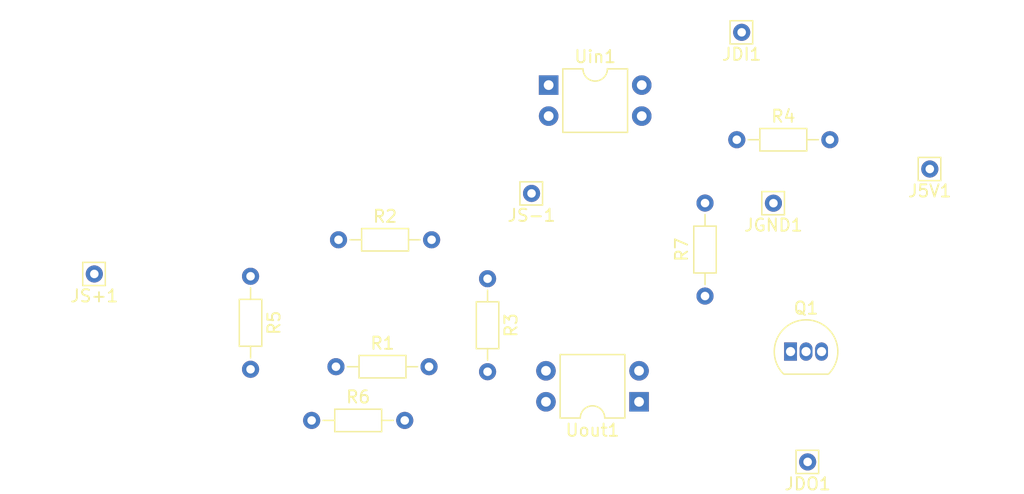
<source format=kicad_pcb>
(kicad_pcb (version 20221018) (generator pcbnew)
  (layers (0 "F.Cu" signal) (31 "B.Cu" signal) (34 "B.Paste" user) (35 "F.Paste" user) (36 "B.SilkS" user "B.Silkscreen") (37 "F.SilkS" user "F.Silkscreen") (38 "B.Mask" user) (39 "F.Mask" user) (44 "Edge.Cuts" user))
  (net 0 "")
  (net 1 "Net-(Q1-Pad1)")
  (net 2 "D6 Data Out")
  (net 3 "+5V")
  (net 4 "Net-(R2-Pad2)")
  (net 5 "Signal-")
  (net 6 "GND")
  (net 7 "D2 Data In")
  (net 8 "Net-(R7-Pad1)")
  (net 9 "Net-(R6-Pad2)")
  (net 10 "Signal+")
  (net 11 "Net-(R5-Pad2)")
  (footprint "Connector_Pin:Pin_D0.7mm_L6.5mm_W1.8mm_FlatFork" (layer "F.Cu") (at 179 137.8)
    (fp_text reference "JGND1" (at 0 1.8) (layer "F.SilkS"))
    (fp_text value "Conn_01x01_Female")
    (fp_line (start -0.95 -0.95) (end -0.95 0.95) (stroke (width 0.12)) (layer "F.SilkS"))
    (fp_line (start -0.95 0.95) (end 0.9 0.95) (stroke (width 0.12)) (layer "F.SilkS"))
    (fp_line (start 0.9 -0.95) (end -0.95 -0.95) (stroke (width 0.12)) (layer "F.SilkS"))
    (fp_line (start 0.9 -0.9) (end 0.9 -0.95) (stroke (width 0.12)) (layer "F.SilkS"))
    (fp_line (start 0.9 0.95) (end 0.9 -0.9) (stroke (width 0.12)) (layer "F.SilkS"))
    (pad "1" thru_hole circle (at 0 0) (size 1.4 1.4) (drill 0.7) (layers "*.Cu" "*.Mask") (net 6 "GND"))
  )
  (footprint "Connector_Pin:Pin_D0.7mm_L6.5mm_W1.8mm_FlatFork" (layer "F.Cu") (at 159.2 137)
    (fp_text reference "JS-1" (at 0 1.8) (layer "F.SilkS"))
    (fp_text value "Conn_01x01_Female")
    (fp_line (start -0.95 -0.95) (end -0.95 0.95) (stroke (width 0.12)) (layer "F.SilkS"))
    (fp_line (start -0.95 0.95) (end 0.9 0.95) (stroke (width 0.12)) (layer "F.SilkS"))
    (fp_line (start 0.9 -0.95) (end -0.95 -0.95) (stroke (width 0.12)) (layer "F.SilkS"))
    (fp_line (start 0.9 -0.9) (end 0.9 -0.95) (stroke (width 0.12)) (layer "F.SilkS"))
    (fp_line (start 0.9 0.95) (end 0.9 -0.9) (stroke (width 0.12)) (layer "F.SilkS"))
    (pad "1" thru_hole circle (at 0 0) (size 1.4 1.4) (drill 0.7) (layers "*.Cu" "*.Mask") (net 5 "Signal-"))
  )
  (footprint "Connector_Pin:Pin_D0.7mm_L6.5mm_W1.8mm_FlatFork" (layer "F.Cu") (at 181.8 159)
    (fp_text reference "JDO1" (at 0 1.8) (layer "F.SilkS"))
    (fp_text value "Conn_01x01_Female")
    (fp_line (start -0.95 -0.95) (end -0.95 0.95) (stroke (width 0.12)) (layer "F.SilkS"))
    (fp_line (start -0.95 0.95) (end 0.9 0.95) (stroke (width 0.12)) (layer "F.SilkS"))
    (fp_line (start 0.9 -0.95) (end -0.95 -0.95) (stroke (width 0.12)) (layer "F.SilkS"))
    (fp_line (start 0.9 -0.9) (end 0.9 -0.95) (stroke (width 0.12)) (layer "F.SilkS"))
    (fp_line (start 0.9 0.95) (end 0.9 -0.9) (stroke (width 0.12)) (layer "F.SilkS"))
    (pad "1" thru_hole circle (at 0 0) (size 1.4 1.4) (drill 0.7) (layers "*.Cu" "*.Mask") (net 2 "D6 Data Out"))
  )
  (footprint "Resistor_THT:R_Axial_DIN0204_L3.6mm_D1.6mm_P7.62mm_Horizontal" (layer "F.Cu") (at 176 132.6)
    (fp_text reference "R4" (at 3.81 -1.92) (layer "F.SilkS"))
    (fp_text value "10k")
    (fp_line (start 0.94 0) (end 1.89 0) (stroke (width 0.12)) (layer "F.SilkS"))
    (fp_line (start 1.89 -0.92) (end 1.89 0.92) (stroke (width 0.12)) (layer "F.SilkS"))
    (fp_line (start 1.89 0.92) (end 5.73 0.92) (stroke (width 0.12)) (layer "F.SilkS"))
    (fp_line (start 5.73 -0.92) (end 1.89 -0.92) (stroke (width 0.12)) (layer "F.SilkS"))
    (fp_line (start 5.73 0.92) (end 5.73 -0.92) (stroke (width 0.12)) (layer "F.SilkS"))
    (fp_line (start 6.68 0) (end 5.73 0) (stroke (width 0.12)) (layer "F.SilkS"))
    (pad "1" thru_hole circle (at 0 0) (size 1.4 1.4) (drill 0.7) (layers "*.Cu" "*.Mask") (net 7 "D2 Data In"))
    (pad "2" thru_hole oval (at 7.62 0) (size 1.4 1.4) (drill 0.7) (layers "*.Cu" "*.Mask") (net 3 "+5V"))
  )
  (footprint "Connector_Pin:Pin_D0.7mm_L6.5mm_W1.8mm_FlatFork" (layer "F.Cu") (at 176.4 123.8)
    (fp_text reference "JDI1" (at 0 1.8) (layer "F.SilkS"))
    (fp_text value "Conn_01x01_Female")
    (fp_line (start -0.95 -0.95) (end -0.95 0.95) (stroke (width 0.12)) (layer "F.SilkS"))
    (fp_line (start -0.95 0.95) (end 0.9 0.95) (stroke (width 0.12)) (layer "F.SilkS"))
    (fp_line (start 0.9 -0.95) (end -0.95 -0.95) (stroke (width 0.12)) (layer "F.SilkS"))
    (fp_line (start 0.9 -0.9) (end 0.9 -0.95) (stroke (width 0.12)) (layer "F.SilkS"))
    (fp_line (start 0.9 0.95) (end 0.9 -0.9) (stroke (width 0.12)) (layer "F.SilkS"))
    (pad "1" thru_hole circle (at 0 0) (size 1.4 1.4) (drill 0.7) (layers "*.Cu" "*.Mask") (net 7 "D2 Data In"))
  )
  (footprint "Package_TO_SOT_THT:TO-92_Inline" (layer "F.Cu") (at 180.4 149.96)
    (fp_text reference "Q1" (at 1.27 -3.56) (layer "F.SilkS"))
    (fp_text value "BC237")
    (fp_line (start -0.53 1.85) (end 3.07 1.85) (stroke (width 0.12)) (layer "F.SilkS"))
    (fp_arc (start -0.568478 1.838478) (mid -1.132087 -0.994977) (end 1.27 -2.6) (stroke (width 0.12)) (layer "F.SilkS"))
    (fp_arc (start 1.27 -2.6) (mid 3.672087 -0.994977) (end 3.108478 1.838478) (stroke (width 0.12)) (layer "F.SilkS"))
    (pad "1" thru_hole rect (at 0 0) (size 1.05 1.5) (drill 0.75) (layers "*.Cu" "*.Mask") (net 1 "Net-(Q1-Pad1)"))
    (pad "2" thru_hole oval (at 1.27 0) (size 1.05 1.5) (drill 0.75) (layers "*.Cu" "*.Mask") (net 2 "D6 Data Out"))
    (pad "3" thru_hole oval (at 2.54 0) (size 1.05 1.5) (drill 0.75) (layers "*.Cu" "*.Mask") (net 3 "+5V"))
  )
  (footprint "Connector_Pin:Pin_D0.7mm_L6.5mm_W1.8mm_FlatFork" (layer "F.Cu") (at 191.8 135)
    (fp_text reference "J5V1" (at 0 1.8) (layer "F.SilkS"))
    (fp_text value "Conn_01x01_Female")
    (fp_line (start -0.95 -0.95) (end -0.95 0.95) (stroke (width 0.12)) (layer "F.SilkS"))
    (fp_line (start -0.95 0.95) (end 0.9 0.95) (stroke (width 0.12)) (layer "F.SilkS"))
    (fp_line (start 0.9 -0.95) (end -0.95 -0.95) (stroke (width 0.12)) (layer "F.SilkS"))
    (fp_line (start 0.9 -0.9) (end 0.9 -0.95) (stroke (width 0.12)) (layer "F.SilkS"))
    (fp_line (start 0.9 0.95) (end 0.9 -0.9) (stroke (width 0.12)) (layer "F.SilkS"))
    (pad "1" thru_hole circle (at 0 0) (size 1.4 1.4) (drill 0.7) (layers "*.Cu" "*.Mask") (net 3 "+5V"))
  )
  (footprint "Resistor_THT:R_Axial_DIN0204_L3.6mm_D1.6mm_P7.62mm_Horizontal" (layer "F.Cu") (at 143.19 151.2)
    (fp_text reference "R1" (at 3.81 -1.92) (layer "F.SilkS"))
    (fp_text value "4.7k")
    (fp_line (start 0.94 0) (end 1.89 0) (stroke (width 0.12)) (layer "F.SilkS"))
    (fp_line (start 1.89 -0.92) (end 1.89 0.92) (stroke (width 0.12)) (layer "F.SilkS"))
    (fp_line (start 1.89 0.92) (end 5.73 0.92) (stroke (width 0.12)) (layer "F.SilkS"))
    (fp_line (start 5.73 -0.92) (end 1.89 -0.92) (stroke (width 0.12)) (layer "F.SilkS"))
    (fp_line (start 5.73 0.92) (end 5.73 -0.92) (stroke (width 0.12)) (layer "F.SilkS"))
    (fp_line (start 6.68 0) (end 5.73 0) (stroke (width 0.12)) (layer "F.SilkS"))
    (pad "1" thru_hole circle (at 0 0) (size 1.4 1.4) (drill 0.7) (layers "*.Cu" "*.Mask") (net 10 "Signal+"))
    (pad "2" thru_hole oval (at 7.62 0) (size 1.4 1.4) (drill 0.7) (layers "*.Cu" "*.Mask") (net 5 "Signal-"))
  )
  (footprint "Resistor_THT:R_Axial_DIN0204_L3.6mm_D1.6mm_P7.62mm_Horizontal" (layer "F.Cu") (at 136.2 143.79 -90)
    (fp_text reference "R5" (at 3.81 -1.92 90) (layer "F.SilkS"))
    (fp_text value "10")
    (fp_line (start 0.94 0) (end 1.89 0) (stroke (width 0.12)) (layer "F.SilkS"))
    (fp_line (start 1.89 -0.92) (end 1.89 0.92) (stroke (width 0.12)) (layer "F.SilkS"))
    (fp_line (start 1.89 0.92) (end 5.73 0.92) (stroke (width 0.12)) (layer "F.SilkS"))
    (fp_line (start 5.73 -0.92) (end 1.89 -0.92) (stroke (width 0.12)) (layer "F.SilkS"))
    (fp_line (start 5.73 0.92) (end 5.73 -0.92) (stroke (width 0.12)) (layer "F.SilkS"))
    (fp_line (start 6.68 0) (end 5.73 0) (stroke (width 0.12)) (layer "F.SilkS"))
    (pad "1" thru_hole circle (at 0 0 270) (size 1.4 1.4) (drill 0.7) (layers "*.Cu" "*.Mask") (net 10 "Signal+"))
    (pad "2" thru_hole oval (at 7.62 0 270) (size 1.4 1.4) (drill 0.7) (layers "*.Cu" "*.Mask") (net 11 "Net-(R5-Pad2)"))
  )
  (footprint "Resistor_THT:R_Axial_DIN0204_L3.6mm_D1.6mm_P7.62mm_Horizontal" (layer "F.Cu") (at 141.2 155.6)
    (fp_text reference "R6" (at 3.81 -1.92) (layer "F.SilkS"))
    (fp_text value "47")
    (fp_line (start 0.94 0) (end 1.89 0) (stroke (width 0.12)) (layer "F.SilkS"))
    (fp_line (start 1.89 -0.92) (end 1.89 0.92) (stroke (width 0.12)) (layer "F.SilkS"))
    (fp_line (start 1.89 0.92) (end 5.73 0.92) (stroke (width 0.12)) (layer "F.SilkS"))
    (fp_line (start 5.73 -0.92) (end 1.89 -0.92) (stroke (width 0.12)) (layer "F.SilkS"))
    (fp_line (start 5.73 0.92) (end 5.73 -0.92) (stroke (width 0.12)) (layer "F.SilkS"))
    (fp_line (start 6.68 0) (end 5.73 0) (stroke (width 0.12)) (layer "F.SilkS"))
    (pad "1" thru_hole circle (at 0 0) (size 1.4 1.4) (drill 0.7) (layers "*.Cu" "*.Mask") (net 11 "Net-(R5-Pad2)"))
    (pad "2" thru_hole oval (at 7.62 0) (size 1.4 1.4) (drill 0.7) (layers "*.Cu" "*.Mask") (net 9 "Net-(R6-Pad2)"))
  )
  (footprint "Connector_Pin:Pin_D0.7mm_L6.5mm_W1.8mm_FlatFork" (layer "F.Cu") (at 123.41 143.6)
    (fp_text reference "JS+1" (at 0 1.8) (layer "F.SilkS"))
    (fp_text value "Conn_01x01_Female")
    (fp_line (start -0.95 -0.95) (end -0.95 0.95) (stroke (width 0.12)) (layer "F.SilkS"))
    (fp_line (start -0.95 0.95) (end 0.9 0.95) (stroke (width 0.12)) (layer "F.SilkS"))
    (fp_line (start 0.9 -0.95) (end -0.95 -0.95) (stroke (width 0.12)) (layer "F.SilkS"))
    (fp_line (start 0.9 -0.9) (end 0.9 -0.95) (stroke (width 0.12)) (layer "F.SilkS"))
    (fp_line (start 0.9 0.95) (end 0.9 -0.9) (stroke (width 0.12)) (layer "F.SilkS"))
    (pad "1" thru_hole circle (at 0 0) (size 1.4 1.4) (drill 0.7) (layers "*.Cu" "*.Mask") (net 10 "Signal+"))
  )
  (footprint "Package_DIP:DIP-4_W7.62mm" (layer "F.Cu") (at 168 154.075 180)
    (fp_text reference "Uout1" (at 3.81 -2.33) (layer "F.SilkS"))
    (fp_text value "PC817")
    (fp_line (start 1.16 -1.33) (end 1.16 3.87) (stroke (width 0.12)) (layer "F.SilkS"))
    (fp_line (start 1.16 3.87) (end 6.46 3.87) (stroke (width 0.12)) (layer "F.SilkS"))
    (fp_line (start 2.81 -1.33) (end 1.16 -1.33) (stroke (width 0.12)) (layer "F.SilkS"))
    (fp_line (start 6.46 -1.33) (end 4.81 -1.33) (stroke (width 0.12)) (layer "F.SilkS"))
    (fp_line (start 6.46 3.87) (end 6.46 -1.33) (stroke (width 0.12)) (layer "F.SilkS"))
    (fp_arc (start 4.81 -1.33) (mid 3.81 -0.33) (end 2.81 -1.33) (stroke (width 0.12)) (layer "F.SilkS"))
    (pad "1" thru_hole rect (at 0 0 180) (size 1.6 1.6) (drill 0.8) (layers "*.Cu" "*.Mask") (net 1 "Net-(Q1-Pad1)"))
    (pad "2" thru_hole oval (at 0 2.54 180) (size 1.6 1.6) (drill 0.8) (layers "*.Cu" "*.Mask") (net 8 "Net-(R7-Pad1)"))
    (pad "3" thru_hole oval (at 7.62 2.54 180) (size 1.6 1.6) (drill 0.8) (layers "*.Cu" "*.Mask") (net 5 "Signal-"))
    (pad "4" thru_hole oval (at 7.62 0 180) (size 1.6 1.6) (drill 0.8) (layers "*.Cu" "*.Mask") (net 9 "Net-(R6-Pad2)"))
  )
  (footprint "Resistor_THT:R_Axial_DIN0204_L3.6mm_D1.6mm_P7.62mm_Horizontal" (layer "F.Cu") (at 143.4 140.8)
    (fp_text reference "R2" (at 3.81 -1.92) (layer "F.SilkS"))
    (fp_text value "6.8k")
    (fp_line (start 0.94 0) (end 1.89 0) (stroke (width 0.12)) (layer "F.SilkS"))
    (fp_line (start 1.89 -0.92) (end 1.89 0.92) (stroke (width 0.12)) (layer "F.SilkS"))
    (fp_line (start 1.89 0.92) (end 5.73 0.92) (stroke (width 0.12)) (layer "F.SilkS"))
    (fp_line (start 5.73 -0.92) (end 1.89 -0.92) (stroke (width 0.12)) (layer "F.SilkS"))
    (fp_line (start 5.73 0.92) (end 5.73 -0.92) (stroke (width 0.12)) (layer "F.SilkS"))
    (fp_line (start 6.68 0) (end 5.73 0) (stroke (width 0.12)) (layer "F.SilkS"))
    (pad "1" thru_hole circle (at 0 0) (size 1.4 1.4) (drill 0.7) (layers "*.Cu" "*.Mask") (net 10 "Signal+"))
    (pad "2" thru_hole oval (at 7.62 0) (size 1.4 1.4) (drill 0.7) (layers "*.Cu" "*.Mask") (net 4 "Net-(R2-Pad2)"))
  )
  (footprint "Resistor_THT:R_Axial_DIN0204_L3.6mm_D1.6mm_P7.62mm_Horizontal" (layer "F.Cu") (at 155.6 143.99 -90)
    (fp_text reference "R3" (at 3.81 -1.92 90) (layer "F.SilkS"))
    (fp_text value "470k")
    (fp_line (start 0.94 0) (end 1.89 0) (stroke (width 0.12)) (layer "F.SilkS"))
    (fp_line (start 1.89 -0.92) (end 1.89 0.92) (stroke (width 0.12)) (layer "F.SilkS"))
    (fp_line (start 1.89 0.92) (end 5.73 0.92) (stroke (width 0.12)) (layer "F.SilkS"))
    (fp_line (start 5.73 -0.92) (end 1.89 -0.92) (stroke (width 0.12)) (layer "F.SilkS"))
    (fp_line (start 5.73 0.92) (end 5.73 -0.92) (stroke (width 0.12)) (layer "F.SilkS"))
    (fp_line (start 6.68 0) (end 5.73 0) (stroke (width 0.12)) (layer "F.SilkS"))
    (pad "1" thru_hole circle (at 0 0 270) (size 1.4 1.4) (drill 0.7) (layers "*.Cu" "*.Mask") (net 4 "Net-(R2-Pad2)"))
    (pad "2" thru_hole oval (at 7.62 0 270) (size 1.4 1.4) (drill 0.7) (layers "*.Cu" "*.Mask") (net 5 "Signal-"))
  )
  (footprint "Package_DIP:DIP-4_W7.62mm" (layer "F.Cu") (at 160.6 128.125)
    (fp_text reference "Uin1" (at 3.81 -2.33) (layer "F.SilkS"))
    (fp_text value "PC817")
    (fp_line (start 1.16 -1.33) (end 1.16 3.87) (stroke (width 0.12)) (layer "F.SilkS"))
    (fp_line (start 1.16 3.87) (end 6.46 3.87) (stroke (width 0.12)) (layer "F.SilkS"))
    (fp_line (start 2.81 -1.33) (end 1.16 -1.33) (stroke (width 0.12)) (layer "F.SilkS"))
    (fp_line (start 6.46 -1.33) (end 4.81 -1.33) (stroke (width 0.12)) (layer "F.SilkS"))
    (fp_line (start 6.46 3.87) (end 6.46 -1.33) (stroke (width 0.12)) (layer "F.SilkS"))
    (fp_arc (start 4.81 -1.33) (mid 3.81 -0.33) (end 2.81 -1.33) (stroke (width 0.12)) (layer "F.SilkS"))
    (pad "1" thru_hole rect (at 0 0) (size 1.6 1.6) (drill 0.8) (layers "*.Cu" "*.Mask") (net 4 "Net-(R2-Pad2)"))
    (pad "2" thru_hole oval (at 0 2.54) (size 1.6 1.6) (drill 0.8) (layers "*.Cu" "*.Mask") (net 5 "Signal-"))
    (pad "3" thru_hole oval (at 7.62 2.54) (size 1.6 1.6) (drill 0.8) (layers "*.Cu" "*.Mask") (net 6 "GND"))
    (pad "4" thru_hole oval (at 7.62 0) (size 1.6 1.6) (drill 0.8) (layers "*.Cu" "*.Mask") (net 7 "D2 Data In"))
  )
  (footprint "Resistor_THT:R_Axial_DIN0204_L3.6mm_D1.6mm_P7.62mm_Horizontal" (layer "F.Cu") (at 173.4 145.41 90)
    (fp_text reference "R7" (at 3.81 -1.92 90) (layer "F.SilkS"))
    (fp_text value "22")
    (fp_line (start 0.94 0) (end 1.89 0) (stroke (width 0.12)) (layer "F.SilkS"))
    (fp_line (start 1.89 -0.92) (end 1.89 0.92) (stroke (width 0.12)) (layer "F.SilkS"))
    (fp_line (start 1.89 0.92) (end 5.73 0.92) (stroke (width 0.12)) (layer "F.SilkS"))
    (fp_line (start 5.73 -0.92) (end 1.89 -0.92) (stroke (width 0.12)) (layer "F.SilkS"))
    (fp_line (start 5.73 0.92) (end 5.73 -0.92) (stroke (width 0.12)) (layer "F.SilkS"))
    (fp_line (start 6.68 0) (end 5.73 0) (stroke (width 0.12)) (layer "F.SilkS"))
    (pad "1" thru_hole circle (at 0 0 90) (size 1.4 1.4) (drill 0.7) (layers "*.Cu" "*.Mask") (net 8 "Net-(R7-Pad1)"))
    (pad "2" thru_hole oval (at 7.62 0 90) (size 1.4 1.4) (drill 0.7) (layers "*.Cu" "*.Mask") (net 6 "GND"))
  )
)
</source>
